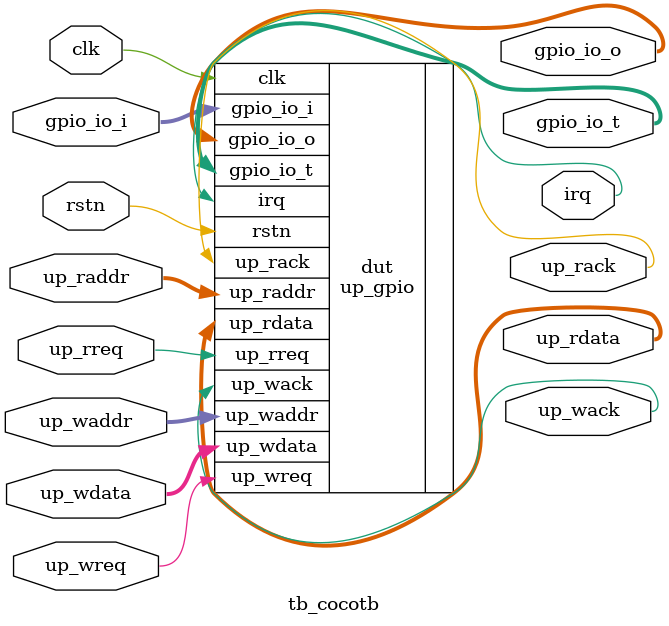
<source format=v>

`timescale 1ns/100ps

/*
 * Module: tb_cocotb
 *
 * uP GPIO testbench
 *
 * Parameters:
 *
 *   ADDRESS_WIDTH   - Width of the uP address port, max 32 bit.
 *   BUS_WIDTH       - Width of the uP bus data port.
 *   GPIO_WIDTH      - Width of the GPIO for inputs and outputs
 *   IRQ_ENABLE      - Enable interrupt
 *
 * Ports:
 *
 *   clk            - Clock for all devices in the core
 *   rstn           - Negative reset
 *   up_rreq        - uP bus read request
 *   up_rack        - uP bus read ack
 *   up_raddr       - uP bus read address
 *   up_rdata       - uP bus read data
 *   up_wreq        - uP bus write request
 *   up_wack        - uP bus write ack
 *   up_waddr       - uP bus write address
 *   up_wdata       - uP bus write data
 *   irq            - Interrupt when data is received
 *   gpio_io_i      - Input for GPIO
 *   gpio_io_o      - Output for GPIO
 *   gpio_io_t      - Tristate for GPIO
 */
module tb_cocotb #(
    parameter ADDRESS_WIDTH = 32,
    parameter BUS_WIDTH     = 4,
    parameter GPIO_WIDTH    = 32,
    parameter IRQ_ENABLE    = 0
  )
  (
    input                                           clk,
    input                                           rstn,
    input                                           up_rreq,
    output                                          up_rack,
    input   [ADDRESS_WIDTH-(BUS_WIDTH/2)-1:0]       up_raddr,
    output  [(BUS_WIDTH*8)-1:0]                     up_rdata,
    input                                           up_wreq,
    output                                          up_wack,
    input   [ADDRESS_WIDTH-(BUS_WIDTH/2)-1:0]       up_waddr,
    input   [(BUS_WIDTH*8)-1:0]                     up_wdata,
    output                                          irq,
    input   [GPIO_WIDTH-1:0]                        gpio_io_i,
    output  [GPIO_WIDTH-1:0]                        gpio_io_o,
    output  [GPIO_WIDTH-1:0]                        gpio_io_t
  );
  // fst dump command
  initial begin
    $dumpfile ("tb_cocotb.fst");
    $dumpvars (0, tb_cocotb);
    #1;
  end

  //Group: Instantiated Modules

  /*
   * Module: dut
   *
   * Device under test, up_gpio
   */
  up_gpio #(
    .ADDRESS_WIDTH(ADDRESS_WIDTH),
    .BUS_WIDTH(BUS_WIDTH),
    .GPIO_WIDTH(GPIO_WIDTH),
    .IRQ_ENABLE(IRQ_ENABLE)
  ) dut (
    .clk(clk),
    .rstn(rstn),
    .up_rreq(up_rreq),
    .up_rack(up_rack),
    .up_raddr(up_raddr),
    .up_rdata(up_rdata),
    .up_wreq(up_wreq),
    .up_wack(up_wack),
    .up_waddr(up_waddr),
    .up_wdata(up_wdata),
    .irq(irq),
    .gpio_io_i(gpio_io_i),
    .gpio_io_o(gpio_io_o),
    .gpio_io_t(gpio_io_t)
  );
  
endmodule


</source>
